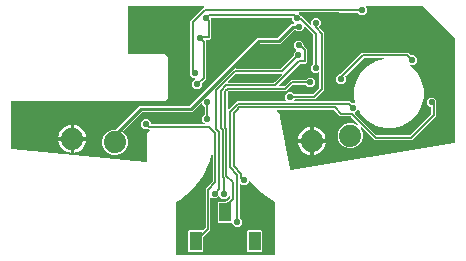
<source format=gbr>
G04 EAGLE Gerber RS-274X export*
G75*
%MOMM*%
%FSLAX34Y34*%
%LPD*%
%INBottom Copper*%
%IPPOS*%
%AMOC8*
5,1,8,0,0,1.08239X$1,22.5*%
G01*
%ADD10C,1.879600*%
%ADD11R,1.000000X1.600000*%
%ADD12C,0.553200*%
%ADD13C,0.152400*%
%ADD14C,0.254000*%

G36*
X-167127Y145284D02*
X-167127Y145284D01*
X-28580Y167866D01*
X-28502Y167892D01*
X-28483Y167897D01*
X-28459Y167900D01*
X-28455Y167903D01*
X-28422Y167910D01*
X-28386Y167931D01*
X-28346Y167945D01*
X-28281Y167994D01*
X-28272Y168000D01*
X-28242Y168016D01*
X-28237Y168020D01*
X-28211Y168036D01*
X-28184Y168068D01*
X-28150Y168093D01*
X-28105Y168159D01*
X-28072Y168194D01*
X-28068Y168203D01*
X-28051Y168223D01*
X-28035Y168262D01*
X-28012Y168297D01*
X-27992Y168367D01*
X-27969Y168417D01*
X-27967Y168431D01*
X-27959Y168451D01*
X-27953Y168506D01*
X-27945Y168533D01*
X-27947Y168562D01*
X-27941Y168618D01*
X-27941Y255429D01*
X-27942Y255439D01*
X-27942Y255444D01*
X-27948Y255471D01*
X-27955Y255515D01*
X-27961Y255602D01*
X-27975Y255636D01*
X-27980Y255672D01*
X-28021Y255748D01*
X-28054Y255829D01*
X-28083Y255866D01*
X-28096Y255889D01*
X-28118Y255910D01*
X-28158Y255961D01*
X-55400Y283829D01*
X-55477Y283886D01*
X-55550Y283948D01*
X-55576Y283958D01*
X-55598Y283975D01*
X-55689Y284004D01*
X-55778Y284040D01*
X-55813Y284044D01*
X-55833Y284050D01*
X-55866Y284050D01*
X-55945Y284058D01*
X-102407Y284058D01*
X-102477Y284047D01*
X-102549Y284045D01*
X-102598Y284027D01*
X-102649Y284019D01*
X-102713Y283985D01*
X-102780Y283960D01*
X-102821Y283928D01*
X-102867Y283903D01*
X-102916Y283851D01*
X-102972Y283807D01*
X-103000Y283763D01*
X-103036Y283725D01*
X-103066Y283660D01*
X-103105Y283600D01*
X-103118Y283549D01*
X-103140Y283502D01*
X-103148Y283431D01*
X-103165Y283361D01*
X-103161Y283309D01*
X-103167Y283258D01*
X-103152Y283187D01*
X-103146Y283116D01*
X-103126Y283068D01*
X-103115Y283017D01*
X-103078Y282956D01*
X-103050Y282890D01*
X-103005Y282834D01*
X-102988Y282806D01*
X-102971Y282791D01*
X-102945Y282759D01*
X-102389Y282203D01*
X-102389Y278859D01*
X-104754Y276494D01*
X-108098Y276494D01*
X-109879Y278275D01*
X-109953Y278328D01*
X-110023Y278388D01*
X-110053Y278400D01*
X-110079Y278419D01*
X-110166Y278446D01*
X-110251Y278480D01*
X-110292Y278484D01*
X-110314Y278491D01*
X-110346Y278490D01*
X-110417Y278498D01*
X-126433Y278498D01*
X-126603Y278668D01*
X-126677Y278721D01*
X-126746Y278781D01*
X-126777Y278793D01*
X-126803Y278812D01*
X-126890Y278839D01*
X-126975Y278873D01*
X-127016Y278877D01*
X-127038Y278884D01*
X-127070Y278883D01*
X-127141Y278891D01*
X-159529Y278891D01*
X-159599Y278880D01*
X-159671Y278878D01*
X-159720Y278860D01*
X-159771Y278852D01*
X-159835Y278818D01*
X-159902Y278793D01*
X-159943Y278761D01*
X-159989Y278736D01*
X-160038Y278684D01*
X-160094Y278640D01*
X-160122Y278596D01*
X-160158Y278558D01*
X-160188Y278493D01*
X-160227Y278433D01*
X-160240Y278382D01*
X-160262Y278335D01*
X-160270Y278264D01*
X-160287Y278194D01*
X-160283Y278142D01*
X-160289Y278091D01*
X-160274Y278020D01*
X-160268Y277949D01*
X-160248Y277901D01*
X-160237Y277850D01*
X-160200Y277789D01*
X-160172Y277723D01*
X-160127Y277667D01*
X-160110Y277639D01*
X-160093Y277624D01*
X-160067Y277592D01*
X-158140Y275665D01*
X-158135Y275604D01*
X-158123Y275574D01*
X-158117Y275542D01*
X-158075Y275462D01*
X-158039Y275378D01*
X-158013Y275346D01*
X-158002Y275325D01*
X-157979Y275303D01*
X-157934Y275247D01*
X-151245Y268557D01*
X-151187Y268515D01*
X-151134Y268466D01*
X-151087Y268444D01*
X-151045Y268414D01*
X-150977Y268393D01*
X-150911Y268362D01*
X-150860Y268357D01*
X-150810Y268341D01*
X-150738Y268343D01*
X-150667Y268335D01*
X-150616Y268346D01*
X-150564Y268348D01*
X-150497Y268372D01*
X-150427Y268388D01*
X-150382Y268414D01*
X-150333Y268432D01*
X-150277Y268477D01*
X-150215Y268514D01*
X-150182Y268553D01*
X-150141Y268586D01*
X-150102Y268646D01*
X-150056Y268701D01*
X-150036Y268749D01*
X-150008Y268793D01*
X-149990Y268862D01*
X-149982Y268883D01*
X-149973Y268902D01*
X-149973Y268906D01*
X-149964Y268929D01*
X-149956Y269000D01*
X-149948Y269031D01*
X-149950Y269055D01*
X-149945Y269096D01*
X-149945Y271533D01*
X-147581Y273897D01*
X-144236Y273897D01*
X-141872Y271533D01*
X-141872Y268188D01*
X-143045Y267015D01*
X-143057Y266999D01*
X-143072Y266986D01*
X-143128Y266899D01*
X-143189Y266815D01*
X-143195Y266796D01*
X-143205Y266779D01*
X-143231Y266679D01*
X-143261Y266580D01*
X-143261Y266560D01*
X-143265Y266541D01*
X-143257Y266438D01*
X-143255Y266334D01*
X-143248Y266315D01*
X-143246Y266296D01*
X-143206Y266201D01*
X-143170Y266103D01*
X-143158Y266088D01*
X-143150Y266069D01*
X-143045Y265938D01*
X-138711Y261604D01*
X-138711Y213368D01*
X-146820Y205259D01*
X-163367Y205259D01*
X-163457Y205245D01*
X-163548Y205237D01*
X-163577Y205225D01*
X-163609Y205220D01*
X-163690Y205177D01*
X-163774Y205141D01*
X-163806Y205115D01*
X-163827Y205104D01*
X-163849Y205081D01*
X-163905Y205036D01*
X-164313Y204628D01*
X-164355Y204570D01*
X-164404Y204518D01*
X-164426Y204471D01*
X-164456Y204429D01*
X-164477Y204360D01*
X-164508Y204295D01*
X-164513Y204243D01*
X-164529Y204194D01*
X-164527Y204122D01*
X-164535Y204051D01*
X-164524Y204000D01*
X-164522Y203948D01*
X-164498Y203880D01*
X-164483Y203810D01*
X-164456Y203766D01*
X-164438Y203717D01*
X-164393Y203661D01*
X-164356Y203599D01*
X-164317Y203565D01*
X-164284Y203525D01*
X-164224Y203486D01*
X-164169Y203439D01*
X-164121Y203420D01*
X-164077Y203392D01*
X-164008Y203374D01*
X-163941Y203347D01*
X-163870Y203339D01*
X-163839Y203332D01*
X-163816Y203333D01*
X-163775Y203329D01*
X-116648Y203329D01*
X-115565Y202246D01*
X-115491Y202193D01*
X-115422Y202133D01*
X-115391Y202121D01*
X-115365Y202102D01*
X-115278Y202075D01*
X-115193Y202041D01*
X-115153Y202037D01*
X-115130Y202030D01*
X-115098Y202031D01*
X-115027Y202023D01*
X-113071Y202023D01*
X-112954Y202042D01*
X-112836Y202060D01*
X-112832Y202062D01*
X-112828Y202062D01*
X-112723Y202118D01*
X-112617Y202173D01*
X-112614Y202176D01*
X-112611Y202177D01*
X-112529Y202263D01*
X-112446Y202349D01*
X-112444Y202353D01*
X-112441Y202356D01*
X-112391Y202464D01*
X-112340Y202571D01*
X-112339Y202575D01*
X-112338Y202579D01*
X-112325Y202696D01*
X-112310Y202815D01*
X-112311Y202820D01*
X-112311Y202823D01*
X-112313Y202837D01*
X-112335Y202981D01*
X-113130Y205945D01*
X-113130Y213663D01*
X-111132Y221117D01*
X-107274Y227801D01*
X-101817Y233258D01*
X-95133Y237116D01*
X-88344Y238935D01*
X-88322Y238945D01*
X-88299Y238949D01*
X-88211Y238996D01*
X-88120Y239037D01*
X-88103Y239053D01*
X-88081Y239064D01*
X-88013Y239136D01*
X-87940Y239204D01*
X-87929Y239225D01*
X-87912Y239243D01*
X-87870Y239333D01*
X-87823Y239420D01*
X-87818Y239444D01*
X-87808Y239466D01*
X-87797Y239564D01*
X-87780Y239662D01*
X-87784Y239686D01*
X-87781Y239710D01*
X-87802Y239807D01*
X-87817Y239906D01*
X-87828Y239927D01*
X-87834Y239950D01*
X-87885Y240036D01*
X-87930Y240124D01*
X-87947Y240141D01*
X-87960Y240162D01*
X-88035Y240226D01*
X-88107Y240295D01*
X-88128Y240306D01*
X-88147Y240321D01*
X-88239Y240359D01*
X-88329Y240401D01*
X-88352Y240404D01*
X-88375Y240413D01*
X-88541Y240432D01*
X-104866Y240432D01*
X-104956Y240417D01*
X-105047Y240410D01*
X-105077Y240397D01*
X-105109Y240392D01*
X-105190Y240349D01*
X-105273Y240314D01*
X-105306Y240288D01*
X-105326Y240277D01*
X-105348Y240254D01*
X-105404Y240209D01*
X-120646Y224967D01*
X-120658Y224951D01*
X-120673Y224939D01*
X-120729Y224851D01*
X-120789Y224768D01*
X-120795Y224749D01*
X-120806Y224732D01*
X-120831Y224631D01*
X-120862Y224532D01*
X-120861Y224512D01*
X-120866Y224493D01*
X-120858Y224390D01*
X-120855Y224287D01*
X-120849Y224268D01*
X-120847Y224248D01*
X-120807Y224153D01*
X-120771Y224056D01*
X-120759Y224040D01*
X-120751Y224022D01*
X-120677Y223930D01*
X-120677Y220578D01*
X-123042Y218213D01*
X-126386Y218213D01*
X-128751Y220578D01*
X-128751Y223922D01*
X-126386Y226287D01*
X-125391Y226287D01*
X-125301Y226301D01*
X-125210Y226309D01*
X-125181Y226321D01*
X-125149Y226326D01*
X-125068Y226369D01*
X-124984Y226405D01*
X-124952Y226431D01*
X-124931Y226442D01*
X-124909Y226465D01*
X-124853Y226510D01*
X-124317Y227046D01*
X-108279Y243084D01*
X-106865Y244497D01*
X-67534Y244497D01*
X-65697Y242660D01*
X-65623Y242607D01*
X-65554Y242548D01*
X-65523Y242536D01*
X-65497Y242517D01*
X-65410Y242490D01*
X-65325Y242456D01*
X-65284Y242451D01*
X-65262Y242444D01*
X-65230Y242445D01*
X-65159Y242437D01*
X-62640Y242437D01*
X-60275Y240073D01*
X-60275Y236729D01*
X-62640Y234364D01*
X-65092Y234364D01*
X-65163Y234352D01*
X-65234Y234350D01*
X-65283Y234333D01*
X-65335Y234324D01*
X-65398Y234291D01*
X-65465Y234266D01*
X-65506Y234233D01*
X-65552Y234209D01*
X-65601Y234157D01*
X-65657Y234112D01*
X-65686Y234068D01*
X-65721Y234031D01*
X-65752Y233966D01*
X-65790Y233905D01*
X-65803Y233855D01*
X-65825Y233808D01*
X-65833Y233736D01*
X-65850Y233667D01*
X-65846Y233615D01*
X-65852Y233563D01*
X-65837Y233493D01*
X-65831Y233422D01*
X-65811Y233374D01*
X-65800Y233323D01*
X-65763Y233261D01*
X-65735Y233195D01*
X-65690Y233139D01*
X-65674Y233112D01*
X-65656Y233096D01*
X-65630Y233064D01*
X-60366Y227801D01*
X-56508Y221117D01*
X-54510Y213663D01*
X-54510Y205945D01*
X-56508Y198491D01*
X-60366Y191807D01*
X-65823Y186350D01*
X-72507Y182492D01*
X-79961Y180494D01*
X-87679Y180494D01*
X-95133Y182492D01*
X-101817Y186350D01*
X-107274Y191807D01*
X-109477Y195625D01*
X-109552Y195715D01*
X-109627Y195809D01*
X-109631Y195812D01*
X-109633Y195815D01*
X-109733Y195878D01*
X-109834Y195942D01*
X-109838Y195943D01*
X-109842Y195946D01*
X-109957Y195973D01*
X-110073Y196002D01*
X-110077Y196002D01*
X-110081Y196003D01*
X-110200Y195993D01*
X-110318Y195983D01*
X-110322Y195982D01*
X-110326Y195981D01*
X-110436Y195933D01*
X-110544Y195887D01*
X-110548Y195884D01*
X-110551Y195883D01*
X-110561Y195873D01*
X-110675Y195782D01*
X-112545Y193913D01*
X-112556Y193896D01*
X-112572Y193884D01*
X-112628Y193797D01*
X-112688Y193713D01*
X-112694Y193694D01*
X-112705Y193677D01*
X-112730Y193577D01*
X-112761Y193478D01*
X-112760Y193458D01*
X-112765Y193439D01*
X-112757Y193336D01*
X-112754Y193232D01*
X-112747Y193213D01*
X-112746Y193193D01*
X-112705Y193099D01*
X-112670Y193001D01*
X-112657Y192985D01*
X-112649Y192967D01*
X-112545Y192836D01*
X-94637Y174929D01*
X-94563Y174876D01*
X-94494Y174816D01*
X-94464Y174804D01*
X-94438Y174785D01*
X-94351Y174758D01*
X-94266Y174724D01*
X-94225Y174720D01*
X-94203Y174713D01*
X-94170Y174714D01*
X-94099Y174706D01*
X-66683Y174706D01*
X-66593Y174720D01*
X-66502Y174728D01*
X-66472Y174740D01*
X-66440Y174745D01*
X-66360Y174788D01*
X-66276Y174824D01*
X-66244Y174850D01*
X-66223Y174861D01*
X-66217Y174866D01*
X-66217Y174867D01*
X-66199Y174885D01*
X-66145Y174929D01*
X-48437Y192637D01*
X-48384Y192711D01*
X-48324Y192780D01*
X-48312Y192810D01*
X-48293Y192836D01*
X-48266Y192923D01*
X-48232Y193008D01*
X-48228Y193049D01*
X-48221Y193071D01*
X-48222Y193104D01*
X-48214Y193175D01*
X-48214Y197640D01*
X-48217Y197660D01*
X-48215Y197679D01*
X-48237Y197781D01*
X-48253Y197883D01*
X-48263Y197900D01*
X-48267Y197920D01*
X-48320Y198009D01*
X-48369Y198100D01*
X-48383Y198114D01*
X-48393Y198131D01*
X-48472Y198198D01*
X-48547Y198270D01*
X-48565Y198278D01*
X-48580Y198291D01*
X-48676Y198330D01*
X-48770Y198373D01*
X-48790Y198375D01*
X-48808Y198383D01*
X-48975Y198401D01*
X-49405Y198401D01*
X-51770Y200766D01*
X-51770Y204110D01*
X-49405Y206475D01*
X-46061Y206475D01*
X-43696Y204110D01*
X-43696Y200766D01*
X-43925Y200537D01*
X-43978Y200463D01*
X-44038Y200393D01*
X-44050Y200363D01*
X-44069Y200337D01*
X-44096Y200250D01*
X-44130Y200165D01*
X-44134Y200124D01*
X-44141Y200102D01*
X-44140Y200070D01*
X-44148Y199999D01*
X-44148Y191176D01*
X-64684Y170640D01*
X-96098Y170640D01*
X-106539Y181081D01*
X-106618Y181138D01*
X-106693Y181200D01*
X-106718Y181209D01*
X-106739Y181224D01*
X-106832Y181253D01*
X-106923Y181288D01*
X-106949Y181289D01*
X-106974Y181297D01*
X-107071Y181294D01*
X-107168Y181298D01*
X-107194Y181291D01*
X-107220Y181290D01*
X-107311Y181257D01*
X-107405Y181230D01*
X-107426Y181215D01*
X-107451Y181206D01*
X-107527Y181145D01*
X-107607Y181090D01*
X-107622Y181069D01*
X-107643Y181052D01*
X-107695Y180970D01*
X-107753Y180892D01*
X-107762Y180867D01*
X-107776Y180845D01*
X-107799Y180751D01*
X-107830Y180658D01*
X-107829Y180632D01*
X-107836Y180607D01*
X-107828Y180510D01*
X-107827Y180412D01*
X-107818Y180381D01*
X-107817Y180362D01*
X-107804Y180331D01*
X-107781Y180251D01*
X-106171Y176366D01*
X-106171Y172122D01*
X-107795Y168201D01*
X-110797Y165199D01*
X-114718Y163575D01*
X-118962Y163575D01*
X-122883Y165199D01*
X-125885Y168201D01*
X-127509Y172122D01*
X-127509Y176366D01*
X-125885Y180287D01*
X-122883Y183289D01*
X-118962Y184913D01*
X-114718Y184913D01*
X-110833Y183303D01*
X-110738Y183281D01*
X-110645Y183253D01*
X-110619Y183253D01*
X-110593Y183247D01*
X-110496Y183256D01*
X-110399Y183259D01*
X-110374Y183268D01*
X-110348Y183270D01*
X-110260Y183310D01*
X-110168Y183343D01*
X-110148Y183360D01*
X-110124Y183370D01*
X-110052Y183436D01*
X-109976Y183497D01*
X-109962Y183519D01*
X-109943Y183537D01*
X-109896Y183622D01*
X-109843Y183704D01*
X-109837Y183729D01*
X-109824Y183752D01*
X-109807Y183848D01*
X-109783Y183943D01*
X-109785Y183969D01*
X-109780Y183994D01*
X-109794Y184091D01*
X-109802Y184188D01*
X-109812Y184212D01*
X-109816Y184238D01*
X-109860Y184325D01*
X-109898Y184414D01*
X-109919Y184439D01*
X-109928Y184457D01*
X-109951Y184480D01*
X-110003Y184545D01*
X-115835Y190377D01*
X-115909Y190430D01*
X-115978Y190489D01*
X-116008Y190501D01*
X-116034Y190520D01*
X-116121Y190547D01*
X-116206Y190581D01*
X-116247Y190586D01*
X-116270Y190593D01*
X-116302Y190592D01*
X-116373Y190600D01*
X-125020Y190600D01*
X-130413Y195992D01*
X-130487Y196045D01*
X-130556Y196105D01*
X-130587Y196117D01*
X-130613Y196136D01*
X-130700Y196163D01*
X-130785Y196197D01*
X-130826Y196201D01*
X-130848Y196208D01*
X-130880Y196207D01*
X-130951Y196215D01*
X-178267Y196215D01*
X-178338Y196204D01*
X-178410Y196202D01*
X-178459Y196184D01*
X-178510Y196176D01*
X-178573Y196142D01*
X-178641Y196117D01*
X-178681Y196085D01*
X-178727Y196061D01*
X-178777Y196009D01*
X-178833Y195964D01*
X-178861Y195920D01*
X-178897Y195882D01*
X-178927Y195817D01*
X-178966Y195757D01*
X-178978Y195706D01*
X-179000Y195659D01*
X-179008Y195588D01*
X-179026Y195518D01*
X-179022Y195466D01*
X-179028Y195415D01*
X-179012Y195344D01*
X-179007Y195273D01*
X-178986Y195225D01*
X-178975Y195174D01*
X-178938Y195113D01*
X-178910Y195047D01*
X-178866Y194991D01*
X-178849Y194963D01*
X-178831Y194948D01*
X-178806Y194916D01*
X-177907Y194017D01*
X-177882Y194000D01*
X-177803Y193930D01*
X-176504Y193028D01*
X-176455Y192757D01*
X-176447Y192735D01*
X-176445Y192712D01*
X-176406Y192620D01*
X-176373Y192526D01*
X-176358Y192507D01*
X-176349Y192485D01*
X-176244Y192354D01*
X-176049Y192160D01*
X-176049Y190578D01*
X-176044Y190548D01*
X-176037Y190443D01*
X-167998Y145900D01*
X-167994Y145887D01*
X-167993Y145874D01*
X-167953Y145772D01*
X-167916Y145668D01*
X-167908Y145657D01*
X-167903Y145645D01*
X-167832Y145561D01*
X-167764Y145474D01*
X-167753Y145467D01*
X-167744Y145457D01*
X-167650Y145400D01*
X-167558Y145339D01*
X-167546Y145336D01*
X-167534Y145329D01*
X-167427Y145305D01*
X-167321Y145277D01*
X-167307Y145278D01*
X-167294Y145275D01*
X-167127Y145284D01*
G37*
G36*
X-289477Y151884D02*
X-289477Y151884D01*
X-289410Y151888D01*
X-289358Y151909D01*
X-289302Y151922D01*
X-289245Y151956D01*
X-289183Y151981D01*
X-289140Y152019D01*
X-289122Y152029D01*
X-289091Y152048D01*
X-289048Y152099D01*
X-288997Y152142D01*
X-288968Y152191D01*
X-288952Y152208D01*
X-288950Y152212D01*
X-288931Y152235D01*
X-288906Y152297D01*
X-288872Y152354D01*
X-288862Y152402D01*
X-288849Y152431D01*
X-288848Y152442D01*
X-288839Y152463D01*
X-288828Y152565D01*
X-288822Y152595D01*
X-288823Y152608D01*
X-288821Y152630D01*
X-288821Y176268D01*
X-286665Y178423D01*
X-286624Y178481D01*
X-286574Y178533D01*
X-286552Y178580D01*
X-286522Y178622D01*
X-286501Y178691D01*
X-286471Y178756D01*
X-286465Y178808D01*
X-286450Y178858D01*
X-286451Y178929D01*
X-286444Y179000D01*
X-286455Y179051D01*
X-286456Y179103D01*
X-286481Y179171D01*
X-286496Y179241D01*
X-286523Y179286D01*
X-286540Y179334D01*
X-286585Y179390D01*
X-286622Y179452D01*
X-286662Y179486D01*
X-286694Y179526D01*
X-286754Y179565D01*
X-286809Y179612D01*
X-286857Y179631D01*
X-286901Y179659D01*
X-286970Y179677D01*
X-287037Y179704D01*
X-287108Y179712D01*
X-287140Y179720D01*
X-287163Y179718D01*
X-287204Y179722D01*
X-288261Y179722D01*
X-288429Y179890D01*
X-288503Y179943D01*
X-288572Y180003D01*
X-288603Y180015D01*
X-288629Y180034D01*
X-288716Y180061D01*
X-288801Y180095D01*
X-288842Y180099D01*
X-288864Y180106D01*
X-288896Y180105D01*
X-288967Y180113D01*
X-291486Y180113D01*
X-293851Y182478D01*
X-293851Y185822D01*
X-291486Y188187D01*
X-288142Y188187D01*
X-285777Y185822D01*
X-285777Y184549D01*
X-285774Y184529D01*
X-285776Y184510D01*
X-285754Y184408D01*
X-285738Y184306D01*
X-285728Y184289D01*
X-285724Y184269D01*
X-285671Y184180D01*
X-285622Y184089D01*
X-285608Y184075D01*
X-285598Y184058D01*
X-285519Y183991D01*
X-285444Y183919D01*
X-285426Y183911D01*
X-285411Y183898D01*
X-285315Y183859D01*
X-285221Y183816D01*
X-285201Y183814D01*
X-285183Y183806D01*
X-285016Y183788D01*
X-240864Y183788D01*
X-240794Y183799D01*
X-240722Y183801D01*
X-240673Y183819D01*
X-240622Y183827D01*
X-240558Y183861D01*
X-240491Y183886D01*
X-240450Y183918D01*
X-240404Y183943D01*
X-240355Y183995D01*
X-240299Y184039D01*
X-240271Y184083D01*
X-240235Y184121D01*
X-240205Y184186D01*
X-240166Y184246D01*
X-240153Y184297D01*
X-240131Y184344D01*
X-240123Y184415D01*
X-240106Y184485D01*
X-240110Y184537D01*
X-240104Y184588D01*
X-240119Y184659D01*
X-240125Y184730D01*
X-240145Y184778D01*
X-240156Y184829D01*
X-240193Y184890D01*
X-240221Y184956D01*
X-240266Y185012D01*
X-240283Y185040D01*
X-240300Y185055D01*
X-240326Y185087D01*
X-242035Y186796D01*
X-242035Y190140D01*
X-240321Y191854D01*
X-240268Y191927D01*
X-240209Y191997D01*
X-240197Y192027D01*
X-240178Y192053D01*
X-240151Y192140D01*
X-240117Y192225D01*
X-240112Y192266D01*
X-240105Y192288D01*
X-240106Y192321D01*
X-240098Y192392D01*
X-240098Y198514D01*
X-240113Y198604D01*
X-240120Y198695D01*
X-240133Y198725D01*
X-240138Y198757D01*
X-240181Y198838D01*
X-240216Y198922D01*
X-240242Y198954D01*
X-240253Y198974D01*
X-240277Y198997D01*
X-240321Y199052D01*
X-242102Y200834D01*
X-242102Y201260D01*
X-242114Y201331D01*
X-242116Y201403D01*
X-242134Y201452D01*
X-242142Y201503D01*
X-242176Y201566D01*
X-242200Y201634D01*
X-242233Y201674D01*
X-242257Y201720D01*
X-242309Y201770D01*
X-242354Y201826D01*
X-242398Y201854D01*
X-242436Y201890D01*
X-242500Y201920D01*
X-242561Y201959D01*
X-242611Y201971D01*
X-242659Y201993D01*
X-242730Y202001D01*
X-242799Y202019D01*
X-242851Y202015D01*
X-242903Y202020D01*
X-242973Y202005D01*
X-243045Y202000D01*
X-243092Y201979D01*
X-243143Y201968D01*
X-243205Y201931D01*
X-243271Y201903D01*
X-243327Y201859D01*
X-243355Y201842D01*
X-243370Y201824D01*
X-243402Y201798D01*
X-248839Y196362D01*
X-250550Y194650D01*
X-292677Y194650D01*
X-292767Y194636D01*
X-292858Y194628D01*
X-292888Y194616D01*
X-292920Y194611D01*
X-293001Y194568D01*
X-293085Y194532D01*
X-293117Y194506D01*
X-293137Y194495D01*
X-293160Y194472D01*
X-293216Y194427D01*
X-309399Y178244D01*
X-309411Y178227D01*
X-309426Y178215D01*
X-309483Y178128D01*
X-309543Y178044D01*
X-309549Y178025D01*
X-309559Y178008D01*
X-309585Y177908D01*
X-309615Y177809D01*
X-309615Y177789D01*
X-309619Y177770D01*
X-309611Y177667D01*
X-309609Y177563D01*
X-309602Y177544D01*
X-309600Y177524D01*
X-309560Y177430D01*
X-309524Y177332D01*
X-309512Y177316D01*
X-309504Y177298D01*
X-309399Y177167D01*
X-306931Y174699D01*
X-305307Y170778D01*
X-305307Y166534D01*
X-306931Y162613D01*
X-309933Y159611D01*
X-313854Y157987D01*
X-318098Y157987D01*
X-322019Y159611D01*
X-325021Y162613D01*
X-326645Y166534D01*
X-326645Y170778D01*
X-325021Y174699D01*
X-322019Y177701D01*
X-318098Y179325D01*
X-315820Y179325D01*
X-315730Y179339D01*
X-315639Y179347D01*
X-315609Y179359D01*
X-315577Y179364D01*
X-315496Y179407D01*
X-315412Y179443D01*
X-315380Y179469D01*
X-315360Y179480D01*
X-315337Y179503D01*
X-315281Y179548D01*
X-295097Y199732D01*
X-252970Y199732D01*
X-252880Y199746D01*
X-252789Y199754D01*
X-252759Y199766D01*
X-252727Y199771D01*
X-252647Y199814D01*
X-252563Y199850D01*
X-252531Y199876D01*
X-252510Y199887D01*
X-252488Y199910D01*
X-252432Y199955D01*
X-195084Y257303D01*
X-178660Y257303D01*
X-178570Y257317D01*
X-178479Y257325D01*
X-178449Y257337D01*
X-178417Y257342D01*
X-178336Y257385D01*
X-178252Y257421D01*
X-178220Y257447D01*
X-178200Y257458D01*
X-178177Y257481D01*
X-178121Y257526D01*
X-166406Y269241D01*
X-164971Y269241D01*
X-164900Y269252D01*
X-164829Y269254D01*
X-164780Y269272D01*
X-164728Y269280D01*
X-164665Y269314D01*
X-164598Y269339D01*
X-164557Y269371D01*
X-164511Y269396D01*
X-164462Y269448D01*
X-164406Y269492D01*
X-164378Y269536D01*
X-164342Y269574D01*
X-164312Y269639D01*
X-164273Y269699D01*
X-164260Y269750D01*
X-164238Y269797D01*
X-164230Y269868D01*
X-164213Y269938D01*
X-164217Y269990D01*
X-164211Y270041D01*
X-164226Y270112D01*
X-164232Y270183D01*
X-164252Y270231D01*
X-164263Y270282D01*
X-164300Y270343D01*
X-164328Y270409D01*
X-164373Y270465D01*
X-164389Y270493D01*
X-164407Y270508D01*
X-164433Y270540D01*
X-166231Y272338D01*
X-166231Y273475D01*
X-166234Y273495D01*
X-166232Y273514D01*
X-166254Y273616D01*
X-166270Y273718D01*
X-166280Y273735D01*
X-166284Y273755D01*
X-166337Y273844D01*
X-166385Y273935D01*
X-166400Y273949D01*
X-166410Y273966D01*
X-166489Y274033D01*
X-166564Y274105D01*
X-166582Y274113D01*
X-166597Y274126D01*
X-166693Y274165D01*
X-166787Y274208D01*
X-166807Y274210D01*
X-166825Y274218D01*
X-166992Y274236D01*
X-233962Y274236D01*
X-233982Y274233D01*
X-234001Y274235D01*
X-234103Y274213D01*
X-234205Y274197D01*
X-234222Y274187D01*
X-234242Y274183D01*
X-234331Y274130D01*
X-234422Y274081D01*
X-234436Y274067D01*
X-234453Y274057D01*
X-234520Y273978D01*
X-234592Y273903D01*
X-234600Y273885D01*
X-234613Y273870D01*
X-234652Y273774D01*
X-234695Y273680D01*
X-234697Y273660D01*
X-234705Y273642D01*
X-234723Y273475D01*
X-234723Y273390D01*
X-234709Y273300D01*
X-234701Y273209D01*
X-234695Y273195D01*
X-234695Y256640D01*
X-235886Y255449D01*
X-238069Y255449D01*
X-238089Y255446D01*
X-238108Y255448D01*
X-238210Y255426D01*
X-238312Y255410D01*
X-238329Y255400D01*
X-238349Y255396D01*
X-238438Y255343D01*
X-238529Y255294D01*
X-238543Y255280D01*
X-238560Y255270D01*
X-238627Y255191D01*
X-238699Y255116D01*
X-238707Y255098D01*
X-238720Y255083D01*
X-238759Y254987D01*
X-238802Y254893D01*
X-238804Y254873D01*
X-238812Y254855D01*
X-238830Y254688D01*
X-238830Y222337D01*
X-242120Y219047D01*
X-242173Y218973D01*
X-242233Y218904D01*
X-242245Y218873D01*
X-242264Y218847D01*
X-242291Y218760D01*
X-242325Y218675D01*
X-242329Y218634D01*
X-242336Y218612D01*
X-242335Y218580D01*
X-242343Y218509D01*
X-242343Y215990D01*
X-244708Y213625D01*
X-248052Y213625D01*
X-250417Y215990D01*
X-250417Y219334D01*
X-248078Y221673D01*
X-248036Y221731D01*
X-247987Y221783D01*
X-247965Y221830D01*
X-247935Y221872D01*
X-247913Y221941D01*
X-247883Y222006D01*
X-247877Y222058D01*
X-247862Y222108D01*
X-247864Y222179D01*
X-247856Y222250D01*
X-247867Y222301D01*
X-247869Y222353D01*
X-247893Y222421D01*
X-247908Y222491D01*
X-247935Y222536D01*
X-247953Y222584D01*
X-247998Y222640D01*
X-248035Y222702D01*
X-248074Y222736D01*
X-248107Y222776D01*
X-248167Y222815D01*
X-248221Y222862D01*
X-248270Y222881D01*
X-248314Y222909D01*
X-248383Y222927D01*
X-248450Y222954D01*
X-248521Y222962D01*
X-248552Y222970D01*
X-248575Y222968D01*
X-248616Y222972D01*
X-249819Y222972D01*
X-252184Y225337D01*
X-252184Y227856D01*
X-252198Y227946D01*
X-252206Y228037D01*
X-252218Y228066D01*
X-252223Y228098D01*
X-252266Y228178D01*
X-252266Y271110D01*
X-241833Y281543D01*
X-240617Y282759D01*
X-240575Y282817D01*
X-240526Y282869D01*
X-240504Y282916D01*
X-240473Y282958D01*
X-240452Y283027D01*
X-240422Y283092D01*
X-240416Y283144D01*
X-240401Y283194D01*
X-240403Y283265D01*
X-240395Y283336D01*
X-240406Y283387D01*
X-240407Y283439D01*
X-240432Y283507D01*
X-240447Y283577D01*
X-240474Y283622D01*
X-240492Y283670D01*
X-240537Y283726D01*
X-240573Y283788D01*
X-240613Y283822D01*
X-240645Y283862D01*
X-240706Y283901D01*
X-240760Y283948D01*
X-240809Y283967D01*
X-240852Y283995D01*
X-240922Y284013D01*
X-240988Y284040D01*
X-241060Y284048D01*
X-241091Y284056D01*
X-241114Y284054D01*
X-241155Y284058D01*
X-304546Y284058D01*
X-304566Y284055D01*
X-304585Y284057D01*
X-304687Y284035D01*
X-304789Y284019D01*
X-304806Y284009D01*
X-304826Y284005D01*
X-304915Y283952D01*
X-305006Y283903D01*
X-305020Y283889D01*
X-305037Y283879D01*
X-305104Y283800D01*
X-305176Y283725D01*
X-305184Y283707D01*
X-305197Y283692D01*
X-305236Y283596D01*
X-305279Y283502D01*
X-305281Y283482D01*
X-305289Y283464D01*
X-305307Y283297D01*
X-305307Y243965D01*
X-305305Y243954D01*
X-305306Y243946D01*
X-305305Y243939D01*
X-305306Y243926D01*
X-305284Y243824D01*
X-305268Y243722D01*
X-305258Y243705D01*
X-305254Y243685D01*
X-305201Y243596D01*
X-305152Y243505D01*
X-305138Y243491D01*
X-305128Y243474D01*
X-305049Y243407D01*
X-304974Y243335D01*
X-304956Y243327D01*
X-304941Y243314D01*
X-304845Y243275D01*
X-304751Y243232D01*
X-304731Y243230D01*
X-304713Y243222D01*
X-304546Y243204D01*
X-273635Y243204D01*
X-270659Y240228D01*
X-270659Y206516D01*
X-273635Y203540D01*
X-403098Y203540D01*
X-403118Y203537D01*
X-403137Y203539D01*
X-403239Y203517D01*
X-403341Y203501D01*
X-403358Y203491D01*
X-403378Y203487D01*
X-403467Y203434D01*
X-403558Y203385D01*
X-403572Y203371D01*
X-403589Y203361D01*
X-403656Y203282D01*
X-403728Y203207D01*
X-403736Y203189D01*
X-403749Y203174D01*
X-403788Y203078D01*
X-403831Y202984D01*
X-403833Y202964D01*
X-403841Y202946D01*
X-403859Y202779D01*
X-403859Y163684D01*
X-403842Y163579D01*
X-403830Y163474D01*
X-403822Y163458D01*
X-403820Y163441D01*
X-403770Y163347D01*
X-403725Y163251D01*
X-403713Y163239D01*
X-403704Y163224D01*
X-403628Y163151D01*
X-403554Y163074D01*
X-403539Y163066D01*
X-403526Y163054D01*
X-403430Y163010D01*
X-403336Y162961D01*
X-403315Y162956D01*
X-403303Y162951D01*
X-403272Y162947D01*
X-403172Y162926D01*
X-289656Y151872D01*
X-289615Y151874D01*
X-289589Y151874D01*
X-289543Y151869D01*
X-289477Y151884D01*
G37*
G36*
X-181093Y73469D02*
X-181093Y73469D01*
X-181074Y73467D01*
X-180972Y73489D01*
X-180870Y73505D01*
X-180853Y73515D01*
X-180833Y73519D01*
X-180744Y73572D01*
X-180653Y73621D01*
X-180639Y73635D01*
X-180622Y73645D01*
X-180554Y73724D01*
X-180483Y73799D01*
X-180475Y73817D01*
X-180462Y73832D01*
X-180423Y73928D01*
X-180380Y74022D01*
X-180377Y74041D01*
X-180370Y74060D01*
X-180351Y74227D01*
X-180327Y117798D01*
X-180343Y117898D01*
X-180354Y118000D01*
X-180363Y118019D01*
X-180366Y118040D01*
X-180414Y118131D01*
X-180457Y118224D01*
X-180471Y118239D01*
X-180481Y118258D01*
X-180556Y118328D01*
X-180625Y118403D01*
X-180648Y118416D01*
X-180660Y118427D01*
X-180689Y118441D01*
X-180769Y118489D01*
X-183312Y119663D01*
X-193826Y127448D01*
X-201244Y135764D01*
X-201316Y135822D01*
X-201384Y135887D01*
X-201412Y135899D01*
X-201435Y135919D01*
X-201522Y135951D01*
X-201607Y135990D01*
X-201637Y135994D01*
X-201666Y136004D01*
X-201759Y136007D01*
X-201851Y136017D01*
X-201881Y136011D01*
X-201912Y136012D01*
X-202001Y135985D01*
X-202092Y135965D01*
X-202118Y135949D01*
X-202147Y135941D01*
X-202223Y135887D01*
X-202303Y135839D01*
X-202323Y135816D01*
X-202348Y135798D01*
X-202402Y135723D01*
X-202463Y135652D01*
X-202474Y135624D01*
X-202492Y135599D01*
X-202520Y135510D01*
X-202555Y135424D01*
X-202559Y135386D01*
X-202566Y135364D01*
X-202565Y135332D01*
X-202573Y135257D01*
X-202573Y134872D01*
X-204938Y132507D01*
X-208282Y132507D01*
X-209012Y133237D01*
X-209070Y133279D01*
X-209122Y133328D01*
X-209169Y133350D01*
X-209211Y133380D01*
X-209280Y133402D01*
X-209345Y133432D01*
X-209397Y133437D01*
X-209447Y133453D01*
X-209518Y133451D01*
X-209589Y133459D01*
X-209640Y133448D01*
X-209692Y133446D01*
X-209760Y133422D01*
X-209830Y133407D01*
X-209875Y133380D01*
X-209923Y133362D01*
X-209979Y133317D01*
X-210041Y133280D01*
X-210075Y133241D01*
X-210115Y133208D01*
X-210154Y133148D01*
X-210201Y133094D01*
X-210220Y133045D01*
X-210248Y133001D01*
X-210266Y132932D01*
X-210293Y132865D01*
X-210301Y132794D01*
X-210309Y132763D01*
X-210307Y132740D01*
X-210311Y132699D01*
X-210311Y104829D01*
X-210297Y104739D01*
X-210289Y104648D01*
X-210277Y104619D01*
X-210272Y104587D01*
X-210229Y104506D01*
X-210193Y104422D01*
X-210167Y104390D01*
X-210156Y104369D01*
X-210133Y104347D01*
X-210088Y104291D01*
X-208307Y102510D01*
X-208307Y99166D01*
X-210672Y96801D01*
X-214016Y96801D01*
X-216381Y99166D01*
X-216381Y99250D01*
X-216384Y99270D01*
X-216382Y99289D01*
X-216404Y99391D01*
X-216420Y99493D01*
X-216430Y99510D01*
X-216434Y99530D01*
X-216487Y99619D01*
X-216536Y99710D01*
X-216550Y99724D01*
X-216560Y99741D01*
X-216639Y99808D01*
X-216714Y99880D01*
X-216732Y99888D01*
X-216747Y99901D01*
X-216843Y99940D01*
X-216937Y99983D01*
X-216957Y99985D01*
X-216975Y99993D01*
X-217142Y100011D01*
X-228030Y100011D01*
X-228775Y100756D01*
X-228775Y117808D01*
X-228030Y118553D01*
X-221803Y118553D01*
X-221713Y118567D01*
X-221622Y118575D01*
X-221593Y118587D01*
X-221561Y118592D01*
X-221480Y118635D01*
X-221396Y118671D01*
X-221364Y118697D01*
X-221343Y118708D01*
X-221321Y118731D01*
X-221265Y118776D01*
X-218572Y121469D01*
X-218519Y121543D01*
X-218459Y121612D01*
X-218447Y121643D01*
X-218428Y121669D01*
X-218401Y121756D01*
X-218367Y121841D01*
X-218363Y121882D01*
X-218356Y121904D01*
X-218357Y121936D01*
X-218349Y122007D01*
X-218349Y122847D01*
X-218360Y122917D01*
X-218362Y122989D01*
X-218380Y123038D01*
X-218388Y123089D01*
X-218422Y123153D01*
X-218447Y123220D01*
X-218479Y123261D01*
X-218504Y123307D01*
X-218556Y123356D01*
X-218600Y123412D01*
X-218644Y123440D01*
X-218682Y123476D01*
X-218747Y123506D01*
X-218807Y123545D01*
X-218858Y123558D01*
X-218905Y123580D01*
X-218976Y123588D01*
X-219046Y123605D01*
X-219098Y123601D01*
X-219149Y123607D01*
X-219220Y123592D01*
X-219291Y123586D01*
X-219339Y123566D01*
X-219390Y123555D01*
X-219451Y123518D01*
X-219517Y123490D01*
X-219573Y123445D01*
X-219601Y123428D01*
X-219616Y123411D01*
X-219648Y123385D01*
X-222180Y120853D01*
X-225524Y120853D01*
X-227378Y122707D01*
X-227394Y122718D01*
X-227407Y122734D01*
X-227494Y122790D01*
X-227578Y122850D01*
X-227597Y122856D01*
X-227614Y122867D01*
X-227714Y122892D01*
X-227813Y122922D01*
X-227833Y122922D01*
X-227852Y122927D01*
X-227955Y122919D01*
X-228059Y122916D01*
X-228078Y122909D01*
X-228097Y122908D01*
X-228192Y122867D01*
X-228290Y122832D01*
X-228305Y122819D01*
X-228324Y122811D01*
X-228455Y122707D01*
X-229976Y121185D01*
X-233320Y121185D01*
X-233876Y121741D01*
X-233934Y121783D01*
X-233986Y121832D01*
X-234033Y121854D01*
X-234075Y121884D01*
X-234144Y121906D01*
X-234209Y121936D01*
X-234261Y121942D01*
X-234311Y121957D01*
X-234382Y121955D01*
X-234453Y121963D01*
X-234504Y121952D01*
X-234556Y121950D01*
X-234624Y121926D01*
X-234694Y121911D01*
X-234739Y121884D01*
X-234787Y121866D01*
X-234843Y121821D01*
X-234905Y121784D01*
X-234939Y121745D01*
X-234979Y121712D01*
X-235018Y121652D01*
X-235065Y121598D01*
X-235084Y121549D01*
X-235112Y121505D01*
X-235130Y121436D01*
X-235157Y121369D01*
X-235165Y121298D01*
X-235173Y121267D01*
X-235171Y121244D01*
X-235175Y121203D01*
X-235175Y94736D01*
X-241010Y88901D01*
X-241063Y88827D01*
X-241123Y88758D01*
X-241135Y88727D01*
X-241154Y88701D01*
X-241181Y88614D01*
X-241215Y88529D01*
X-241219Y88488D01*
X-241226Y88466D01*
X-241225Y88434D01*
X-241233Y88363D01*
X-241233Y76756D01*
X-241978Y76011D01*
X-253030Y76011D01*
X-253775Y76756D01*
X-253775Y93808D01*
X-253030Y94553D01*
X-241937Y94553D01*
X-241881Y94513D01*
X-241862Y94507D01*
X-241846Y94496D01*
X-241745Y94471D01*
X-241646Y94440D01*
X-241626Y94441D01*
X-241607Y94436D01*
X-241504Y94444D01*
X-241401Y94447D01*
X-241382Y94453D01*
X-241362Y94455D01*
X-241267Y94496D01*
X-241169Y94531D01*
X-241154Y94544D01*
X-241135Y94551D01*
X-241005Y94656D01*
X-239464Y96197D01*
X-239411Y96271D01*
X-239351Y96340D01*
X-239339Y96371D01*
X-239320Y96397D01*
X-239293Y96484D01*
X-239259Y96569D01*
X-239255Y96610D01*
X-239248Y96632D01*
X-239249Y96664D01*
X-239241Y96735D01*
X-239241Y129550D01*
X-233168Y135623D01*
X-233115Y135697D01*
X-233056Y135766D01*
X-233044Y135796D01*
X-233025Y135822D01*
X-232998Y135909D01*
X-232964Y135994D01*
X-232959Y136035D01*
X-232953Y136057D01*
X-232953Y136090D01*
X-232945Y136161D01*
X-232945Y157263D01*
X-232954Y157315D01*
X-232953Y157368D01*
X-232974Y157436D01*
X-232985Y157506D01*
X-233010Y157552D01*
X-233025Y157603D01*
X-233067Y157661D01*
X-233100Y157723D01*
X-233138Y157760D01*
X-233169Y157802D01*
X-233227Y157844D01*
X-233279Y157893D01*
X-233326Y157915D01*
X-233369Y157946D01*
X-233437Y157966D01*
X-233502Y157996D01*
X-233554Y158002D01*
X-233604Y158018D01*
X-233675Y158016D01*
X-233746Y158023D01*
X-233798Y158012D01*
X-233850Y158011D01*
X-233917Y157986D01*
X-233987Y157971D01*
X-234032Y157944D01*
X-234081Y157926D01*
X-234137Y157881D01*
X-234198Y157845D01*
X-234232Y157805D01*
X-234273Y157772D01*
X-234311Y157712D01*
X-234358Y157658D01*
X-234377Y157609D01*
X-234406Y157565D01*
X-234439Y157456D01*
X-234449Y157430D01*
X-234451Y157417D01*
X-234455Y157404D01*
X-235247Y153205D01*
X-241090Y140149D01*
X-249804Y128806D01*
X-260912Y119794D01*
X-264044Y118291D01*
X-264115Y118241D01*
X-264147Y118225D01*
X-264154Y118218D01*
X-264206Y118186D01*
X-264224Y118166D01*
X-264246Y118150D01*
X-264303Y118073D01*
X-264366Y117999D01*
X-264376Y117974D01*
X-264392Y117953D01*
X-264422Y117861D01*
X-264458Y117771D01*
X-264461Y117738D01*
X-264468Y117718D01*
X-264467Y117685D01*
X-264476Y117605D01*
X-264462Y74227D01*
X-264459Y74207D01*
X-264461Y74188D01*
X-264439Y74086D01*
X-264422Y73984D01*
X-264413Y73967D01*
X-264409Y73947D01*
X-264356Y73858D01*
X-264307Y73767D01*
X-264293Y73753D01*
X-264283Y73736D01*
X-264204Y73669D01*
X-264129Y73597D01*
X-264111Y73589D01*
X-264096Y73576D01*
X-263999Y73537D01*
X-263906Y73494D01*
X-263886Y73492D01*
X-263868Y73484D01*
X-263701Y73466D01*
X-181113Y73466D01*
X-181093Y73469D01*
G37*
G36*
X-219600Y196751D02*
X-219600Y196751D01*
X-219529Y196756D01*
X-219481Y196777D01*
X-219430Y196788D01*
X-219369Y196824D01*
X-219303Y196852D01*
X-219247Y196897D01*
X-219219Y196914D01*
X-219204Y196932D01*
X-219172Y196957D01*
X-214214Y201915D01*
X-212800Y203329D01*
X-171505Y203329D01*
X-171435Y203340D01*
X-171363Y203342D01*
X-171314Y203360D01*
X-171263Y203369D01*
X-171199Y203402D01*
X-171132Y203427D01*
X-171091Y203459D01*
X-171045Y203484D01*
X-170996Y203536D01*
X-170940Y203580D01*
X-170912Y203624D01*
X-170876Y203662D01*
X-170846Y203727D01*
X-170807Y203787D01*
X-170794Y203838D01*
X-170772Y203885D01*
X-170764Y203956D01*
X-170747Y204026D01*
X-170751Y204078D01*
X-170745Y204130D01*
X-170760Y204200D01*
X-170766Y204271D01*
X-170786Y204319D01*
X-170797Y204370D01*
X-170834Y204431D01*
X-170862Y204497D01*
X-170907Y204553D01*
X-170924Y204581D01*
X-170941Y204596D01*
X-170967Y204628D01*
X-171677Y205338D01*
X-171677Y208682D01*
X-169312Y211047D01*
X-165968Y211047D01*
X-164469Y209548D01*
X-164395Y209495D01*
X-164326Y209435D01*
X-164295Y209423D01*
X-164269Y209404D01*
X-164182Y209377D01*
X-164097Y209343D01*
X-164056Y209339D01*
X-164034Y209332D01*
X-164002Y209333D01*
X-163931Y209325D01*
X-148819Y209325D01*
X-148729Y209339D01*
X-148638Y209347D01*
X-148609Y209359D01*
X-148577Y209364D01*
X-148496Y209407D01*
X-148412Y209443D01*
X-148380Y209469D01*
X-148359Y209480D01*
X-148337Y209503D01*
X-148281Y209548D01*
X-143000Y214829D01*
X-142947Y214903D01*
X-142887Y214973D01*
X-142875Y215003D01*
X-142856Y215029D01*
X-142829Y215116D01*
X-142795Y215201D01*
X-142791Y215242D01*
X-142784Y215264D01*
X-142785Y215296D01*
X-142777Y215367D01*
X-142777Y227375D01*
X-142788Y227445D01*
X-142790Y227517D01*
X-142808Y227566D01*
X-142816Y227617D01*
X-142850Y227681D01*
X-142875Y227748D01*
X-142907Y227789D01*
X-142932Y227835D01*
X-142984Y227884D01*
X-143028Y227940D01*
X-143072Y227968D01*
X-143110Y228004D01*
X-143175Y228034D01*
X-143235Y228073D01*
X-143286Y228086D01*
X-143333Y228108D01*
X-143404Y228116D01*
X-143474Y228133D01*
X-143526Y228129D01*
X-143577Y228135D01*
X-143648Y228120D01*
X-143719Y228114D01*
X-143767Y228094D01*
X-143818Y228083D01*
X-143879Y228046D01*
X-143945Y228018D01*
X-144001Y227973D01*
X-144029Y227956D01*
X-144044Y227939D01*
X-144076Y227913D01*
X-144378Y227611D01*
X-147722Y227611D01*
X-150087Y229976D01*
X-150087Y233320D01*
X-148306Y235101D01*
X-148260Y235165D01*
X-148242Y235184D01*
X-148238Y235192D01*
X-148193Y235244D01*
X-148181Y235275D01*
X-148162Y235301D01*
X-148135Y235388D01*
X-148101Y235473D01*
X-148097Y235514D01*
X-148090Y235536D01*
X-148091Y235568D01*
X-148083Y235639D01*
X-148083Y259331D01*
X-148097Y259421D01*
X-148105Y259512D01*
X-148117Y259541D01*
X-148122Y259573D01*
X-148165Y259654D01*
X-148201Y259738D01*
X-148227Y259770D01*
X-148238Y259791D01*
X-148261Y259813D01*
X-148306Y259869D01*
X-154430Y265993D01*
X-154488Y266035D01*
X-154540Y266084D01*
X-154587Y266106D01*
X-154629Y266136D01*
X-154698Y266158D01*
X-154763Y266188D01*
X-154815Y266193D01*
X-154865Y266209D01*
X-154936Y266207D01*
X-155007Y266215D01*
X-155058Y266204D01*
X-155110Y266202D01*
X-155178Y266178D01*
X-155248Y266163D01*
X-155293Y266136D01*
X-155341Y266118D01*
X-155397Y266073D01*
X-155459Y266036D01*
X-155493Y265997D01*
X-155533Y265964D01*
X-155572Y265904D01*
X-155619Y265849D01*
X-155638Y265801D01*
X-155666Y265757D01*
X-155684Y265688D01*
X-155711Y265621D01*
X-155719Y265550D01*
X-155727Y265519D01*
X-155725Y265496D01*
X-155729Y265455D01*
X-155729Y265028D01*
X-158094Y262663D01*
X-161438Y262663D01*
X-162711Y263936D01*
X-162785Y263989D01*
X-162855Y264049D01*
X-162885Y264061D01*
X-162911Y264080D01*
X-162998Y264107D01*
X-163083Y264141D01*
X-163124Y264145D01*
X-163146Y264152D01*
X-163178Y264151D01*
X-163249Y264159D01*
X-163986Y264159D01*
X-164076Y264145D01*
X-164167Y264137D01*
X-164197Y264125D01*
X-164229Y264120D01*
X-164310Y264077D01*
X-164394Y264041D01*
X-164426Y264015D01*
X-164446Y264004D01*
X-164469Y263981D01*
X-164525Y263936D01*
X-176240Y252221D01*
X-192664Y252221D01*
X-192754Y252207D01*
X-192845Y252199D01*
X-192874Y252187D01*
X-192906Y252182D01*
X-192987Y252139D01*
X-193071Y252103D01*
X-193103Y252077D01*
X-193124Y252066D01*
X-193146Y252043D01*
X-193202Y251998D01*
X-213042Y232158D01*
X-213084Y232100D01*
X-213133Y232048D01*
X-213155Y232001D01*
X-213186Y231959D01*
X-213207Y231890D01*
X-213237Y231825D01*
X-213243Y231773D01*
X-213258Y231723D01*
X-213256Y231652D01*
X-213264Y231581D01*
X-213253Y231530D01*
X-213252Y231478D01*
X-213227Y231410D01*
X-213212Y231340D01*
X-213185Y231295D01*
X-213167Y231247D01*
X-213122Y231191D01*
X-213086Y231129D01*
X-213046Y231095D01*
X-213013Y231055D01*
X-212953Y231016D01*
X-212899Y230969D01*
X-212850Y230950D01*
X-212807Y230922D01*
X-212737Y230904D01*
X-212670Y230877D01*
X-212599Y230869D01*
X-212568Y230861D01*
X-212545Y230863D01*
X-212504Y230859D01*
X-175775Y230859D01*
X-175685Y230873D01*
X-175594Y230881D01*
X-175565Y230893D01*
X-175533Y230898D01*
X-175452Y230941D01*
X-175368Y230977D01*
X-175336Y231003D01*
X-175315Y231014D01*
X-175293Y231037D01*
X-175237Y231082D01*
X-164880Y241439D01*
X-164827Y241513D01*
X-164767Y241582D01*
X-164755Y241613D01*
X-164736Y241639D01*
X-164709Y241726D01*
X-164675Y241811D01*
X-164671Y241852D01*
X-164664Y241874D01*
X-164665Y241906D01*
X-164657Y241977D01*
X-164657Y244496D01*
X-162831Y246322D01*
X-162819Y246338D01*
X-162804Y246350D01*
X-162748Y246438D01*
X-162688Y246521D01*
X-162682Y246540D01*
X-162671Y246557D01*
X-162646Y246658D01*
X-162615Y246757D01*
X-162616Y246776D01*
X-162611Y246796D01*
X-162619Y246899D01*
X-162622Y247002D01*
X-162628Y247021D01*
X-162630Y247041D01*
X-162670Y247136D01*
X-162706Y247233D01*
X-162718Y247249D01*
X-162726Y247267D01*
X-162831Y247398D01*
X-164459Y249026D01*
X-164459Y252370D01*
X-162094Y254735D01*
X-158750Y254735D01*
X-156385Y252370D01*
X-156385Y251121D01*
X-156371Y251031D01*
X-156363Y250940D01*
X-156351Y250911D01*
X-156346Y250879D01*
X-156303Y250798D01*
X-156267Y250714D01*
X-156241Y250682D01*
X-156230Y250661D01*
X-156207Y250639D01*
X-156162Y250583D01*
X-153161Y247582D01*
X-153161Y236366D01*
X-154352Y235175D01*
X-158951Y235175D01*
X-159041Y235161D01*
X-159132Y235153D01*
X-159162Y235141D01*
X-159194Y235136D01*
X-159274Y235093D01*
X-159358Y235057D01*
X-159390Y235031D01*
X-159411Y235020D01*
X-159433Y234997D01*
X-159489Y234952D01*
X-176987Y217454D01*
X-177029Y217396D01*
X-177078Y217344D01*
X-177100Y217297D01*
X-177131Y217255D01*
X-177152Y217186D01*
X-177182Y217121D01*
X-177188Y217069D01*
X-177203Y217019D01*
X-177201Y216948D01*
X-177209Y216877D01*
X-177198Y216826D01*
X-177197Y216774D01*
X-177172Y216706D01*
X-177157Y216636D01*
X-177130Y216591D01*
X-177112Y216543D01*
X-177067Y216487D01*
X-177031Y216425D01*
X-176991Y216391D01*
X-176959Y216351D01*
X-176898Y216312D01*
X-176844Y216265D01*
X-176795Y216246D01*
X-176752Y216218D01*
X-176682Y216200D01*
X-176616Y216173D01*
X-176544Y216165D01*
X-176513Y216157D01*
X-176490Y216159D01*
X-176449Y216155D01*
X-172861Y216155D01*
X-172771Y216169D01*
X-172680Y216177D01*
X-172651Y216189D01*
X-172619Y216194D01*
X-172538Y216237D01*
X-172454Y216273D01*
X-172422Y216299D01*
X-172401Y216310D01*
X-172379Y216333D01*
X-172323Y216378D01*
X-167212Y221489D01*
X-154613Y221489D01*
X-154523Y221503D01*
X-154432Y221511D01*
X-154403Y221523D01*
X-154371Y221528D01*
X-154290Y221571D01*
X-154206Y221607D01*
X-154174Y221633D01*
X-154153Y221644D01*
X-154131Y221667D01*
X-154075Y221712D01*
X-152294Y223493D01*
X-148950Y223493D01*
X-146585Y221128D01*
X-146585Y217784D01*
X-148950Y215419D01*
X-152294Y215419D01*
X-154075Y217200D01*
X-154149Y217253D01*
X-154219Y217313D01*
X-154249Y217325D01*
X-154275Y217344D01*
X-154362Y217371D01*
X-154447Y217405D01*
X-154488Y217409D01*
X-154510Y217416D01*
X-154542Y217415D01*
X-154613Y217423D01*
X-165213Y217423D01*
X-165303Y217409D01*
X-165394Y217401D01*
X-165423Y217389D01*
X-165455Y217384D01*
X-165536Y217341D01*
X-165620Y217305D01*
X-165652Y217279D01*
X-165673Y217268D01*
X-165695Y217245D01*
X-165751Y217200D01*
X-170862Y212089D01*
X-219464Y212089D01*
X-219554Y212075D01*
X-219645Y212067D01*
X-219674Y212055D01*
X-219706Y212050D01*
X-219787Y212007D01*
X-219871Y211971D01*
X-219903Y211945D01*
X-219924Y211934D01*
X-219946Y211911D01*
X-220002Y211866D01*
X-220248Y211620D01*
X-220301Y211546D01*
X-220361Y211476D01*
X-220373Y211446D01*
X-220392Y211420D01*
X-220419Y211333D01*
X-220453Y211248D01*
X-220457Y211207D01*
X-220464Y211185D01*
X-220463Y211153D01*
X-220471Y211082D01*
X-220471Y197496D01*
X-220460Y197425D01*
X-220458Y197353D01*
X-220440Y197304D01*
X-220432Y197253D01*
X-220398Y197190D01*
X-220373Y197122D01*
X-220341Y197081D01*
X-220316Y197035D01*
X-220265Y196986D01*
X-220220Y196930D01*
X-220176Y196902D01*
X-220138Y196866D01*
X-220073Y196836D01*
X-220013Y196797D01*
X-219962Y196784D01*
X-219915Y196762D01*
X-219844Y196755D01*
X-219774Y196737D01*
X-219722Y196741D01*
X-219671Y196735D01*
X-219600Y196751D01*
G37*
G36*
X-181213Y219217D02*
X-181213Y219217D01*
X-181122Y219225D01*
X-181093Y219237D01*
X-181061Y219242D01*
X-180980Y219285D01*
X-180896Y219321D01*
X-180864Y219347D01*
X-180843Y219358D01*
X-180821Y219381D01*
X-180765Y219426D01*
X-174697Y225494D01*
X-174655Y225552D01*
X-174606Y225604D01*
X-174584Y225651D01*
X-174554Y225693D01*
X-174532Y225762D01*
X-174502Y225827D01*
X-174497Y225879D01*
X-174481Y225929D01*
X-174483Y226000D01*
X-174475Y226071D01*
X-174486Y226122D01*
X-174488Y226174D01*
X-174512Y226242D01*
X-174527Y226312D01*
X-174554Y226357D01*
X-174572Y226405D01*
X-174617Y226461D01*
X-174654Y226523D01*
X-174693Y226557D01*
X-174726Y226597D01*
X-174786Y226636D01*
X-174841Y226683D01*
X-174889Y226702D01*
X-174933Y226730D01*
X-175002Y226748D01*
X-175069Y226775D01*
X-175140Y226783D01*
X-175171Y226791D01*
X-175194Y226789D01*
X-175235Y226793D01*
X-213381Y226793D01*
X-213471Y226779D01*
X-213562Y226771D01*
X-213591Y226759D01*
X-213623Y226754D01*
X-213704Y226711D01*
X-213788Y226675D01*
X-213820Y226649D01*
X-213841Y226638D01*
X-213863Y226615D01*
X-213919Y226570D01*
X-219987Y220502D01*
X-220029Y220444D01*
X-220078Y220392D01*
X-220100Y220345D01*
X-220131Y220303D01*
X-220152Y220234D01*
X-220182Y220169D01*
X-220188Y220117D01*
X-220203Y220067D01*
X-220201Y219996D01*
X-220209Y219925D01*
X-220198Y219874D01*
X-220197Y219822D01*
X-220172Y219754D01*
X-220157Y219684D01*
X-220130Y219639D01*
X-220112Y219591D01*
X-220067Y219535D01*
X-220031Y219473D01*
X-219991Y219439D01*
X-219958Y219399D01*
X-219898Y219360D01*
X-219844Y219313D01*
X-219795Y219294D01*
X-219751Y219266D01*
X-219682Y219248D01*
X-219615Y219221D01*
X-219544Y219213D01*
X-219513Y219205D01*
X-219490Y219207D01*
X-219449Y219203D01*
X-181303Y219203D01*
X-181213Y219217D01*
G37*
%LPC*%
G36*
X-203030Y76011D02*
X-203030Y76011D01*
X-203775Y76756D01*
X-203775Y93808D01*
X-203030Y94553D01*
X-191978Y94553D01*
X-191233Y93808D01*
X-191233Y76756D01*
X-191978Y76011D01*
X-203030Y76011D01*
G37*
%LPD*%
%LPC*%
G36*
X-363890Y173227D02*
X-363890Y173227D01*
X-363689Y174500D01*
X-363108Y176287D01*
X-362255Y177961D01*
X-361150Y179482D01*
X-359822Y180810D01*
X-358301Y181915D01*
X-356627Y182768D01*
X-354840Y183349D01*
X-353567Y183550D01*
X-353567Y173227D01*
X-363890Y173227D01*
G37*
%LPD*%
%LPC*%
G36*
X-161198Y171449D02*
X-161198Y171449D01*
X-160997Y172722D01*
X-160416Y174509D01*
X-159563Y176183D01*
X-158458Y177704D01*
X-157130Y179032D01*
X-155609Y180137D01*
X-153935Y180990D01*
X-152148Y181571D01*
X-150875Y181772D01*
X-150875Y171449D01*
X-161198Y171449D01*
G37*
%LPD*%
%LPC*%
G36*
X-350521Y173227D02*
X-350521Y173227D01*
X-350521Y183550D01*
X-349248Y183349D01*
X-347461Y182768D01*
X-345787Y181915D01*
X-344266Y180810D01*
X-342938Y179482D01*
X-341833Y177961D01*
X-340980Y176287D01*
X-340399Y174500D01*
X-340198Y173227D01*
X-350521Y173227D01*
G37*
%LPD*%
%LPC*%
G36*
X-354840Y160059D02*
X-354840Y160059D01*
X-356627Y160640D01*
X-358301Y161493D01*
X-359822Y162598D01*
X-361150Y163926D01*
X-362255Y165447D01*
X-363108Y167121D01*
X-363689Y168908D01*
X-363890Y170181D01*
X-353567Y170181D01*
X-353567Y159858D01*
X-354840Y160059D01*
G37*
%LPD*%
%LPC*%
G36*
X-152148Y158281D02*
X-152148Y158281D01*
X-153935Y158862D01*
X-155609Y159715D01*
X-157130Y160820D01*
X-158458Y162148D01*
X-159563Y163669D01*
X-160416Y165343D01*
X-160997Y167130D01*
X-161198Y168403D01*
X-150875Y168403D01*
X-150875Y158080D01*
X-152148Y158281D01*
G37*
%LPD*%
%LPC*%
G36*
X-147829Y171449D02*
X-147829Y171449D01*
X-147829Y181772D01*
X-146556Y181571D01*
X-144769Y180990D01*
X-143095Y180137D01*
X-141574Y179032D01*
X-140246Y177704D01*
X-139141Y176183D01*
X-138288Y174509D01*
X-137707Y172722D01*
X-137506Y171449D01*
X-147829Y171449D01*
G37*
%LPD*%
%LPC*%
G36*
X-147829Y168403D02*
X-147829Y168403D01*
X-137506Y168403D01*
X-137707Y167130D01*
X-138288Y165343D01*
X-139141Y163669D01*
X-140246Y162148D01*
X-141574Y160820D01*
X-143095Y159715D01*
X-144769Y158862D01*
X-146556Y158281D01*
X-147829Y158080D01*
X-147829Y168403D01*
G37*
%LPD*%
%LPC*%
G36*
X-350521Y170181D02*
X-350521Y170181D01*
X-340198Y170181D01*
X-340399Y168908D01*
X-340980Y167121D01*
X-341833Y165447D01*
X-342938Y163926D01*
X-344266Y162598D01*
X-345787Y161493D01*
X-347461Y160640D01*
X-349248Y160059D01*
X-350521Y159858D01*
X-350521Y170181D01*
G37*
%LPD*%
%LPC*%
G36*
X-149353Y169925D02*
X-149353Y169925D01*
X-149353Y169927D01*
X-149351Y169927D01*
X-149351Y169925D01*
X-149353Y169925D01*
G37*
%LPD*%
%LPC*%
G36*
X-352045Y171703D02*
X-352045Y171703D01*
X-352045Y171705D01*
X-352043Y171705D01*
X-352043Y171703D01*
X-352045Y171703D01*
G37*
%LPD*%
D10*
X-116840Y174244D03*
X-149352Y169926D03*
X-352044Y171704D03*
X-315976Y168656D03*
D11*
X-222504Y109282D03*
X-197504Y85282D03*
X-247504Y85282D03*
D12*
X-202946Y101092D03*
X-219710Y256540D03*
X-219710Y240030D03*
X-200660Y256540D03*
X-186690Y240030D03*
X-186690Y223520D03*
X-201930Y223520D03*
X-42164Y180594D03*
X-56388Y236474D03*
X-78740Y280416D03*
X-244602Y124968D03*
X-294132Y174498D03*
X-152146Y274320D03*
X-155702Y259080D03*
X-291846Y279908D03*
X-293624Y256540D03*
X-246888Y188468D03*
X-114808Y221234D03*
X-281178Y256540D03*
X-281432Y246634D03*
X-293624Y246634D03*
X-291846Y270510D03*
D13*
X-230913Y135004D02*
X-237208Y128708D01*
X-230913Y135004D02*
X-230913Y176344D01*
X-236324Y181755D01*
X-237208Y128708D02*
X-237208Y95578D01*
X-236324Y181755D02*
X-287419Y181755D01*
X-289814Y184150D01*
D12*
X-289814Y184150D03*
D13*
X-237208Y95578D02*
X-247504Y85282D01*
D12*
X-243911Y256974D03*
D13*
X-240863Y253926D01*
X-240863Y223179D01*
X-246380Y217662D01*
D12*
X-246380Y217662D03*
X-162194Y274010D03*
X-238760Y274237D03*
D13*
X-236728Y272205D01*
X-236728Y257482D01*
X-243403Y257482D01*
X-243911Y256974D01*
X-236728Y276269D02*
X-164761Y276269D01*
X-236728Y276269D02*
X-238760Y274237D01*
X-162502Y274010D02*
X-162194Y274010D01*
X-162502Y274010D02*
X-164761Y276269D01*
D12*
X-146050Y231648D03*
D13*
X-158584Y273022D02*
X-161206Y273022D01*
X-162194Y274010D01*
X-146050Y260488D02*
X-146050Y231648D01*
X-146050Y260488D02*
X-158584Y273022D01*
D12*
X-124714Y222250D03*
D13*
X-123698Y224790D02*
X-106023Y242465D01*
X-123698Y224790D02*
X-123698Y223266D01*
X-124714Y222250D01*
X-68376Y242465D02*
X-64312Y238401D01*
X-68376Y242465D02*
X-106023Y242465D01*
D12*
X-64312Y238401D03*
X-206610Y136544D03*
D13*
X-208896Y138830D02*
X-208896Y142132D01*
X-208896Y138830D02*
X-206610Y136544D01*
X-208896Y142132D02*
X-215499Y148735D01*
D12*
X-47733Y202438D03*
D13*
X-95256Y172673D02*
X-115216Y192632D01*
X-95256Y172673D02*
X-65526Y172673D01*
X-46181Y192018D01*
X-46181Y200886D01*
X-47733Y202438D01*
X-215499Y193336D02*
X-215499Y148735D01*
X-215499Y193336D02*
X-214530Y194305D01*
X-214529Y194378D01*
X-212827Y196008D01*
X-129794Y198248D02*
X-124178Y192632D01*
X-115216Y192632D01*
X-129794Y198248D02*
X-210587Y198248D01*
X-212827Y196008D01*
D12*
X-212344Y100838D03*
D13*
X-212344Y141124D01*
X-218666Y147447D01*
X-218666Y194588D01*
X-211958Y201296D01*
X-117490Y201296D02*
X-114180Y197986D01*
X-117490Y201296D02*
X-211958Y201296D01*
D12*
X-114180Y197986D03*
X-248147Y227009D03*
D13*
X-250233Y229095D02*
X-250233Y270268D01*
X-250233Y229095D02*
X-248147Y227009D01*
X-250233Y270268D02*
X-239577Y280924D01*
X-125984Y280924D01*
X-125591Y280531D01*
X-106426Y280531D01*
D12*
X-106426Y280531D03*
X-167640Y207010D03*
X-145908Y269860D03*
D13*
X-145908Y265927D01*
X-140744Y214210D02*
X-147662Y207292D01*
X-140744Y214210D02*
X-140744Y260762D01*
X-145908Y265927D01*
X-167358Y207292D02*
X-167640Y207010D01*
X-167358Y207292D02*
X-147662Y207292D01*
D12*
X-238066Y202506D03*
D13*
X-238066Y188536D01*
X-237998Y188468D01*
D12*
X-237998Y188468D03*
D13*
X-216316Y120878D02*
X-216288Y120878D01*
X-216316Y120878D02*
X-216316Y135036D01*
X-166370Y219456D02*
X-150622Y219456D01*
X-166370Y219456D02*
X-171704Y214122D01*
X-220621Y214122D01*
D12*
X-150622Y219456D03*
D13*
X-221714Y140434D02*
X-216316Y135036D01*
X-222504Y181100D02*
X-222504Y212239D01*
X-221714Y180311D02*
X-221714Y140434D01*
X-222504Y212239D02*
X-220621Y214122D01*
X-222504Y181100D02*
X-221714Y180311D01*
X-216288Y120878D02*
X-222504Y114662D01*
X-222504Y109282D01*
D12*
X-223852Y124890D03*
D13*
X-224762Y139172D02*
X-224762Y179048D01*
X-226568Y180854D02*
X-226568Y212485D01*
X-226568Y180854D02*
X-224762Y179048D01*
X-226568Y212485D02*
X-221883Y217170D01*
X-223852Y138262D02*
X-223852Y124890D01*
X-223852Y138262D02*
X-224762Y139172D01*
X-221883Y217170D02*
X-180146Y217170D01*
X-160108Y237208D02*
X-155194Y237208D01*
X-160108Y237208D02*
X-180146Y217170D01*
X-155194Y237208D02*
X-155194Y246740D01*
X-159152Y250698D01*
X-160422Y250698D01*
D12*
X-160422Y250698D03*
X-159766Y266700D03*
D14*
X-165354Y266700D01*
X-177292Y254762D01*
X-194031Y254762D01*
X-294045Y197191D02*
X-315976Y175260D01*
X-315976Y168656D01*
X-251602Y197191D02*
X-194031Y254762D01*
X-251602Y197191D02*
X-294045Y197191D01*
D12*
X-231648Y125222D03*
D13*
X-227810Y177786D02*
X-230124Y180099D01*
X-230124Y213240D01*
X-227810Y129060D02*
X-231648Y125222D01*
X-227810Y129060D02*
X-227810Y177786D01*
X-230124Y213240D02*
X-214538Y228826D01*
X-174618Y228826D02*
X-160620Y242824D01*
D12*
X-160620Y242824D03*
D13*
X-174618Y228826D02*
X-214538Y228826D01*
M02*

</source>
